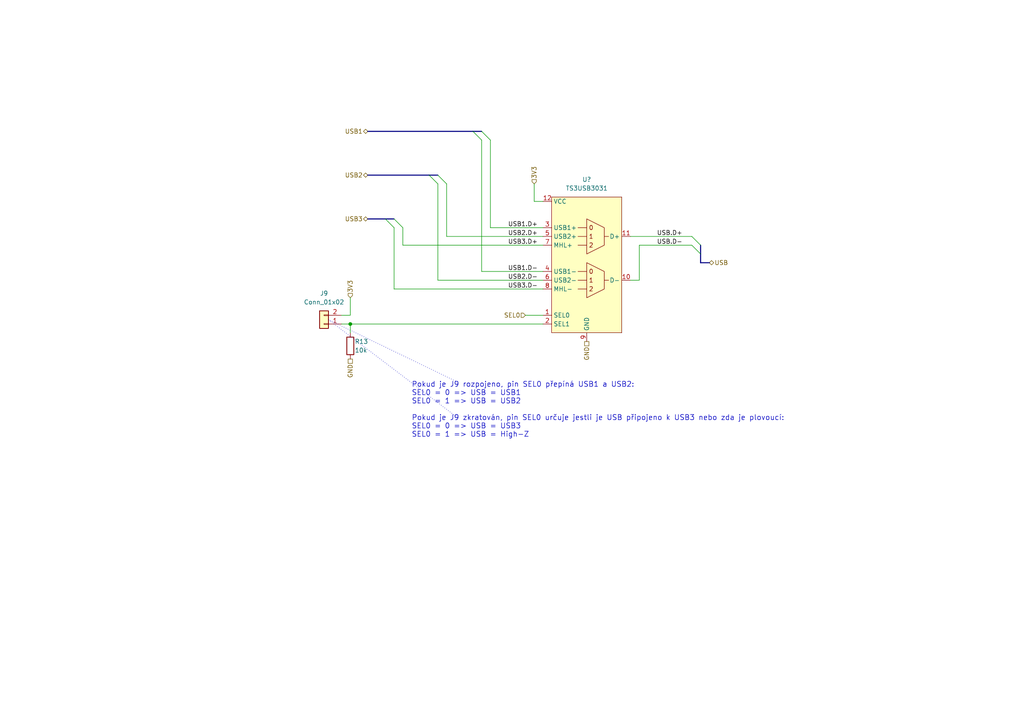
<source format=kicad_sch>
(kicad_sch (version 20230121) (generator eeschema)
  (paper "A4")
  (lib_symbols
    (symbol "Connector_Generic:Conn_01x02" (pin_names (offset 1.016) hide)
      (property "Reference" "J" (at 0 2.54 0))
      (property "Value" "Conn_01x02" (at 0 -5.08 0))
      (symbol "Conn_01x02_1_1"
        (rectangle (start -1.27 -2.413) (end 0 -2.667) (stroke (width 0.1524)))
        (rectangle (start -1.27 0.127) (end 0 -0.127) (stroke (width 0.1524)))
        (rectangle (start -1.27 1.27) (end 1.27 -3.81) (stroke (width 0.254)) (fill (type background)))
        (pin passive line (at -5.08 0 0) (length 3.81) (name "Pin_1") (number "1"))
        (pin passive line (at -5.08 -2.54 0) (length 3.81) (name "Pin_2") (number "2"))
      )
    )
    (symbol "Device:R" (pin_numbers hide) (pin_names (offset 0))
      (property "Reference" "R" (at 2.032 0 90))
      (property "Value" "R" (at 0 0 90))
      (symbol "R_0_1"
        (rectangle (start -1.016 -2.54) (end 1.016 2.54) (stroke (width 0.254)))
      )
      (symbol "R_1_1"
        (pin passive line (at 0 3.81 270) (length 1.27) (name "~") (number "1"))
        (pin passive line (at 0 -3.81 90) (length 1.27) (name "~") (number "2"))
      )
    )
    (symbol "RKL-DiscreteLogic:TS3USB3031"
      (property "Reference" "U" (at 0 6.35 0))
      (property "Value" "TS3USB3031" (at 0 3.81 0))
      (symbol "TS3USB3031_0_1"
        (polyline (pts (xy 0 -17.78) (xy 0 -27.94) (xy 5.08 -25.4) (xy 5.08 -20.32) (xy 0 -17.78)))
        (polyline (pts (xy 0 -5.08) (xy 0 -15.24) (xy 5.08 -12.7) (xy 5.08 -7.62) (xy 0 -5.08)))
      )
      (symbol "TS3USB3031_1_1"
        (rectangle (start -10.16 1.27) (end 10.16 -38.1) (fill (type background)))
        (polyline (pts (xy -2.54 -25.4) (xy 0 -25.4)))
        (polyline (pts (xy -2.54 -22.86) (xy 0 -22.86)))
        (polyline (pts (xy -2.54 -20.32) (xy 0 -20.32)))
        (polyline (pts (xy -2.54 -12.7) (xy 0 -12.7)))
        (polyline (pts (xy -2.54 -10.16) (xy 0 -10.16)))
        (polyline (pts (xy -2.54 -7.62) (xy 0 -7.62)))
        (polyline (pts (xy 5.08 -22.86) (xy 6.35 -22.86)))
        (polyline (pts (xy 5.08 -10.16) (xy 6.35 -10.16)))
        (text "0" (at 1.27 -20.32 0) (effects (font (size 1.27 1.27))))
        (text "0" (at 1.27 -7.62 0) (effects (font (size 1.27 1.27))))
        (text "1\n" (at 1.27 -22.86 0) (effects (font (size 1.27 1.27))))
        (text "1\n" (at 1.27 -10.16 0) (effects (font (size 1.27 1.27))))
        (text "2" (at 1.27 -25.4 0) (effects (font (size 1.27 1.27))))
        (text "2" (at 1.27 -12.7 0) (effects (font (size 1.27 1.27))))
        (pin input line (at -12.7 -33.02 0) (length 2.54) (name "SEL0") (number "1"))
        (pin bidirectional line (at 12.7 -22.86 180) (length 2.54) (name "D-") (number "10"))
        (pin bidirectional line (at 12.7 -10.16 180) (length 2.54) (name "D+") (number "11"))
        (pin power_in line (at -12.7 0 0) (length 2.54) (name "VCC") (number "12"))
        (pin input line (at -12.7 -35.56 0) (length 2.54) (name "SEL1") (number "2"))
        (pin bidirectional line (at -12.7 -7.62 0) (length 2.54) (name "USB1+") (number "3"))
        (pin bidirectional line (at -12.7 -20.32 0) (length 2.54) (name "USB1-") (number "4"))
        (pin bidirectional line (at -12.7 -10.16 0) (length 2.54) (name "USB2+") (number "5"))
        (pin bidirectional line (at -12.7 -22.86 0) (length 2.54) (name "USB2-") (number "6"))
        (pin bidirectional line (at -12.7 -12.7 0) (length 2.54) (name "MHL+") (number "7"))
        (pin bidirectional line (at -12.7 -25.4 0) (length 2.54) (name "MHL-") (number "8"))
        (pin input line (at 0 -40.64 90) (length 2.54) (name "GND") (number "9"))
      )
    )
  )
  (junction (at 101.6 93.98))
  (bus_entry (at 127 53.34) (size -2.54 -2.54))
  (bus_entry (at 200.66 68.58) (size 2.54 2.54))
  (bus_entry (at 142.24 40.64) (size -2.54 -2.54))
  (bus_entry (at 116.84 66.04) (size -2.54 -2.54))
  (bus_entry (at 129.54 53.34) (size -2.54 -2.54))
  (bus_entry (at 114.3 66.04) (size -2.54 -2.54))
  (bus_entry (at 139.7 40.64) (size -2.54 -2.54))
  (bus_entry (at 200.66 71.12) (size 2.54 2.54))
  (bus (pts (xy 106.68 50.8) (xy 124.46 50.8)))
  (bus (pts (xy 139.7 38.1) (xy 137.16 38.1)))
  (wire (pts (xy 182.88 68.58) (xy 200.66 68.58)))
  (wire (pts (xy 101.6 86.36) (xy 101.6 91.44)))
  (wire (pts (xy 154.94 53.34) (xy 154.94 58.42)))
  (wire (pts (xy 129.54 53.34) (xy 129.54 68.58)))
  (wire (pts (xy 99.06 91.44) (xy 101.6 91.44)))
  (wire (pts (xy 182.88 81.28) (xy 185.42 81.28)))
  (bus (pts (xy 203.2 71.12) (xy 203.2 73.66)))
  (wire (pts (xy 101.6 93.98) (xy 101.6 96.52)))
  (bus (pts (xy 106.68 38.1) (xy 137.16 38.1)))
  (wire (pts (xy 99.06 93.98) (xy 101.6 93.98)))
  (wire (pts (xy 142.24 66.04) (xy 157.48 66.04)))
  (wire (pts (xy 127 81.28) (xy 157.48 81.28)))
  (wire (pts (xy 185.42 81.28) (xy 185.42 71.12)))
  (wire (pts (xy 185.42 71.12) (xy 200.66 71.12)))
  (wire (pts (xy 157.48 83.82) (xy 114.3 83.82)))
  (bus (pts (xy 106.68 63.5) (xy 111.76 63.5)))
  (wire (pts (xy 127 53.34) (xy 127 81.28)))
  (wire (pts (xy 116.84 71.12) (xy 157.48 71.12)))
  (wire (pts (xy 116.84 66.04) (xy 116.84 71.12)))
  (bus (pts (xy 203.2 73.66) (xy 203.2 76.2)))
  (wire (pts (xy 139.7 40.64) (xy 139.7 78.74)))
  (wire (pts (xy 101.6 93.98) (xy 157.48 93.98)))
  (wire (pts (xy 114.3 83.82) (xy 114.3 66.04)))
  (wire (pts (xy 157.48 58.42) (xy 154.94 58.42)))
  (wire (pts (xy 129.54 68.58) (xy 157.48 68.58)))
  (polyline (pts (xy 132.08 120.65) (xy 95.25 92.71)) (stroke (width 0) (type dot)))
  (bus (pts (xy 203.2 76.2) (xy 205.74 76.2)))
  (bus (pts (xy 114.3 63.5) (xy 111.76 63.5)))
  (wire (pts (xy 152.4 91.44) (xy 157.48 91.44)))
  (bus (pts (xy 127 50.8) (xy 124.46 50.8)))
  (polyline (pts (xy 132.08 110.49) (xy 95.25 92.71)) (stroke (width 0) (type dot)))
  (wire (pts (xy 139.7 78.74) (xy 157.48 78.74)))
  (wire (pts (xy 142.24 40.64) (xy 142.24 66.04)))
  (text "Pokud je J9 rozpojeno, pin SEL0 přepíná USB1 a USB2:\nSEL0 = 0 => USB = USB1\nSEL0 = 1 => USB = USB2\n\nPokud je J9 zkratován, pin SEL0 určuje jestli je USB připojeno k USB3 nebo zda je plovoucí:\nSEL0 = 0 => USB = USB3\nSEL0 = 1 => USB = High-Z" (at 119.38 127 0) (effects (font (size 1.5 1.5)) (justify left bottom)))
  (label "USB1.D-" (at 147.32 78.74 0))
  (label "USB3.D-" (at 147.32 83.82 0))
  (label "USB2.D-" (at 147.32 81.28 0))
  (label "USB1.D+" (at 147.32 66.04 0))
  (label "USB3.D+" (at 147.32 71.12 0))
  (label "USB2.D+" (at 147.32 68.58 0))
  (label "USB.D+" (at 190.5 68.58 0))
  (label "USB.D-" (at 190.5 71.12 0))
  (hierarchical_label "GND" (shape passive) (at 170.18 99.06 270))
  (hierarchical_label "USB1" (shape bidirectional) (at 106.68 38.1 180))
  (hierarchical_label "USB" (shape bidirectional) (at 205.74 76.2 0))
  (hierarchical_label "GND" (shape passive) (at 101.6 104.14 270))
  (hierarchical_label "USB3" (shape bidirectional) (at 106.68 63.5 180))
  (hierarchical_label "3V3" (shape input) (at 101.6 86.36 90))
  (hierarchical_label "3V3" (shape input) (at 154.94 53.34 90))
  (hierarchical_label "USB2" (shape bidirectional) (at 106.68 50.8 180))
  (hierarchical_label "SEL0" (shape input) (at 152.4 91.44 180))
  (symbol (lib_id "RKL-DiscreteLogic:TS3USB3031") (at 170.18 58.42 0) (unit 1)
    (property "Reference" "U?" (at 170.18 52.07 0))
    (property "Value" "TS3USB3031" (at 170.18 54.61 0))
    (property "Footprint" "Package_DFN_QFN:Texas_X2QFN-12_1.6x1.6mm_P0.4mm" (effects hide))
    (property "Datasheet" "https://www.ti.com/lit/ds/symlink/ts3usb3031.pdf?ts=1703029289212&ref_url=https%253A%252F%252Fwww.google.com%252F" (effects hide))
    (property "Basic/Extended" "E" (effects hide))
    (property "LCSC" "C2652459" (effects hide))
    (instances (project "ZakladniElektronika" (path "" (reference "U?") (unit 1)) (path "" (reference "U15") (unit 1))))
  )
  (symbol (lib_id "Connector_Generic:Conn_01x02") (at 93.98 93.98 180) (unit 1)
    (property "Reference" "J9" (at 93.98 85.09 0))
    (property "Value" "Conn_01x02" (at 93.98 87.63 0))
    (property "Footprint" "Connector_PinHeader_2.54mm:PinHeader_1x02_P2.54mm_Vertical" (effects hide))
    (property "JLCPCB_IGNORE" "ignore" (effects hide))
  )
  (symbol (lib_id "Device:R") (at 101.6 100.33 0) (unit 1)
    (property "Reference" "R13" (at 102.87 99.06 0) (effects (justify left)))
    (property "Value" "10k" (at 102.87 101.6 0) (effects (justify left)))
    (property "Footprint" "Resistor_SMD:R_0402_1005Metric" (effects hide))
    (property "LCSC" "C25744" (effects hide))
    (property "Basic/Extended" "B" (effects hide))
    (property "JLCPCB_CORRECTION" "0;0;0" (effects hide))
    (instances (project "ZakladniElektronika" (path "" (reference "R13") (unit 1)) (path "" (reference "R28") (unit 1)) (path "" (reference "R32") (unit 1)) (path "" (reference "R22") (unit 1))) (project "RB3203" (path "" (reference "R?") (unit 1))))
  )
)
</source>
